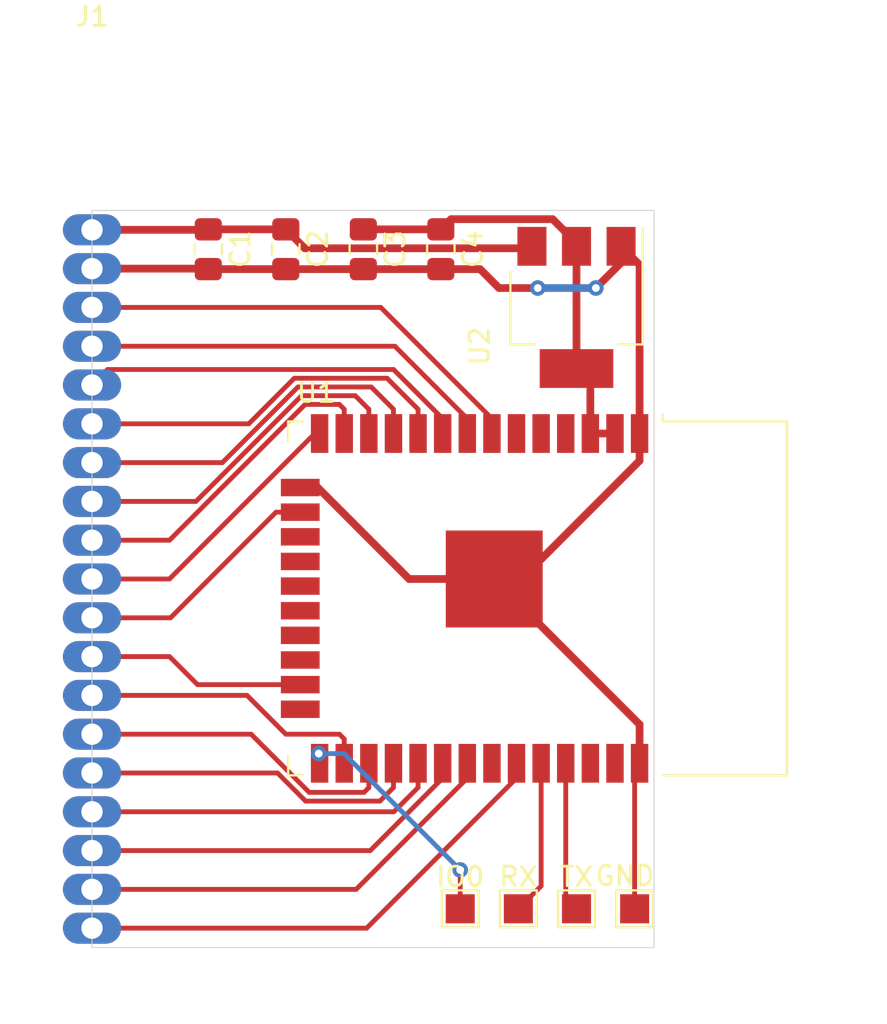
<source format=kicad_pcb>
(kicad_pcb (version 20171130) (host pcbnew 5.1.6+dfsg1-1)

  (general
    (thickness 1.6)
    (drawings 4)
    (tracks 117)
    (zones 0)
    (modules 11)
    (nets 24)
  )

  (page A4)
  (layers
    (0 F.Cu signal)
    (31 B.Cu signal)
    (32 B.Adhes user)
    (33 F.Adhes user)
    (34 B.Paste user)
    (35 F.Paste user)
    (36 B.SilkS user)
    (37 F.SilkS user)
    (38 B.Mask user)
    (39 F.Mask user)
    (40 Dwgs.User user)
    (41 Cmts.User user)
    (42 Eco1.User user)
    (43 Eco2.User user)
    (44 Edge.Cuts user)
    (45 Margin user)
    (46 B.CrtYd user)
    (47 F.CrtYd user)
    (48 B.Fab user)
    (49 F.Fab user)
  )

  (setup
    (last_trace_width 0.25)
    (user_trace_width 0.4)
    (trace_clearance 0.2)
    (zone_clearance 0.508)
    (zone_45_only no)
    (trace_min 0.2)
    (via_size 0.8)
    (via_drill 0.4)
    (via_min_size 0.4)
    (via_min_drill 0.3)
    (uvia_size 0.3)
    (uvia_drill 0.1)
    (uvias_allowed no)
    (uvia_min_size 0.2)
    (uvia_min_drill 0.1)
    (edge_width 0.05)
    (segment_width 0.2)
    (pcb_text_width 0.3)
    (pcb_text_size 1.5 1.5)
    (mod_edge_width 0.12)
    (mod_text_size 1 1)
    (mod_text_width 0.15)
    (pad_size 1.524 1.524)
    (pad_drill 0.762)
    (pad_to_mask_clearance 0.05)
    (aux_axis_origin 0 0)
    (visible_elements FFFFFF7F)
    (pcbplotparams
      (layerselection 0x010fc_ffffffff)
      (usegerberextensions false)
      (usegerberattributes true)
      (usegerberadvancedattributes true)
      (creategerberjobfile true)
      (excludeedgelayer true)
      (linewidth 0.100000)
      (plotframeref false)
      (viasonmask false)
      (mode 1)
      (useauxorigin false)
      (hpglpennumber 1)
      (hpglpenspeed 20)
      (hpglpendiameter 15.000000)
      (psnegative false)
      (psa4output false)
      (plotreference true)
      (plotvalue true)
      (plotinvisibletext false)
      (padsonsilk false)
      (subtractmaskfromsilk false)
      (outputformat 1)
      (mirror false)
      (drillshape 1)
      (scaleselection 1)
      (outputdirectory ""))
  )

  (net 0 "")
  (net 1 GND)
  (net 2 +9V)
  (net 3 +3V3)
  (net 4 "Net-(J1-Pad19)")
  (net 5 "Net-(J1-Pad18)")
  (net 6 "Net-(J1-Pad17)")
  (net 7 "Net-(J1-Pad16)")
  (net 8 "Net-(J1-Pad15)")
  (net 9 "Net-(J1-Pad14)")
  (net 10 "Net-(J1-Pad13)")
  (net 11 "Net-(J1-Pad12)")
  (net 12 "Net-(J1-Pad11)")
  (net 13 "Net-(J1-Pad10)")
  (net 14 "Net-(J1-Pad9)")
  (net 15 "Net-(J1-Pad8)")
  (net 16 "Net-(J1-Pad7)")
  (net 17 "Net-(J1-Pad6)")
  (net 18 "Net-(J1-Pad5)")
  (net 19 "Net-(J1-Pad4)")
  (net 20 "Net-(J1-Pad3)")
  (net 21 "Net-(TP1-Pad1)")
  (net 22 "Net-(TP3-Pad1)")
  (net 23 "Net-(TP4-Pad1)")

  (net_class Default "This is the default net class."
    (clearance 0.2)
    (trace_width 0.25)
    (via_dia 0.8)
    (via_drill 0.4)
    (uvia_dia 0.3)
    (uvia_drill 0.1)
    (add_net +3V3)
    (add_net +9V)
    (add_net GND)
    (add_net "Net-(J1-Pad10)")
    (add_net "Net-(J1-Pad11)")
    (add_net "Net-(J1-Pad12)")
    (add_net "Net-(J1-Pad13)")
    (add_net "Net-(J1-Pad14)")
    (add_net "Net-(J1-Pad15)")
    (add_net "Net-(J1-Pad16)")
    (add_net "Net-(J1-Pad17)")
    (add_net "Net-(J1-Pad18)")
    (add_net "Net-(J1-Pad19)")
    (add_net "Net-(J1-Pad3)")
    (add_net "Net-(J1-Pad4)")
    (add_net "Net-(J1-Pad5)")
    (add_net "Net-(J1-Pad6)")
    (add_net "Net-(J1-Pad7)")
    (add_net "Net-(J1-Pad8)")
    (add_net "Net-(J1-Pad9)")
    (add_net "Net-(TP1-Pad1)")
    (add_net "Net-(TP3-Pad1)")
    (add_net "Net-(TP4-Pad1)")
  )

  (module brudi_lib:solder_conn (layer F.Cu) (tedit 60DA6A20) (tstamp 60DAE30D)
    (at 121 78)
    (descr "Through hole straight socket strip, 1x19, 2.54mm pitch, single row (from Kicad 4.0.7), script generated")
    (tags "Through hole socket strip THT 1x19 2.54mm single row")
    (path /60DAF557)
    (fp_text reference J1 (at 0 -11) (layer F.SilkS)
      (effects (font (size 1 1) (thickness 0.15)))
    )
    (fp_text value Conn_01x19 (at 0.1 40.1) (layer F.Fab)
      (effects (font (size 1 1) (thickness 0.15)))
    )
    (fp_text user %R (at -3.9 17.5 90) (layer F.Fab)
      (effects (font (size 1 1) (thickness 0.15)))
    )
    (pad 19 thru_hole oval (at 0 36) (size 3 1.6) (drill 1.1) (layers *.Cu *.Mask)
      (net 4 "Net-(J1-Pad19)"))
    (pad 18 thru_hole oval (at 0 34) (size 3 1.6) (drill 1.1) (layers *.Cu *.Mask)
      (net 5 "Net-(J1-Pad18)"))
    (pad 17 thru_hole oval (at 0 32) (size 3 1.6) (drill 1.1) (layers *.Cu *.Mask)
      (net 6 "Net-(J1-Pad17)"))
    (pad 16 thru_hole oval (at 0 30) (size 3 1.6) (drill 1.1) (layers *.Cu *.Mask)
      (net 7 "Net-(J1-Pad16)"))
    (pad 15 thru_hole oval (at 0 28) (size 3 1.6) (drill 1.1) (layers *.Cu *.Mask)
      (net 8 "Net-(J1-Pad15)"))
    (pad 14 thru_hole oval (at 0 26) (size 3 1.6) (drill 1.1) (layers *.Cu *.Mask)
      (net 9 "Net-(J1-Pad14)"))
    (pad 13 thru_hole oval (at 0 24) (size 3 1.6) (drill 1.1) (layers *.Cu *.Mask)
      (net 10 "Net-(J1-Pad13)"))
    (pad 12 thru_hole oval (at 0 22) (size 3 1.6) (drill 1.1) (layers *.Cu *.Mask)
      (net 11 "Net-(J1-Pad12)"))
    (pad 11 thru_hole oval (at 0 20) (size 3 1.6) (drill 1.1) (layers *.Cu *.Mask)
      (net 12 "Net-(J1-Pad11)"))
    (pad 10 thru_hole oval (at 0 18) (size 3 1.6) (drill 1.1) (layers *.Cu *.Mask)
      (net 13 "Net-(J1-Pad10)"))
    (pad 9 thru_hole oval (at 0 16) (size 3 1.6) (drill 1.1) (layers *.Cu *.Mask)
      (net 14 "Net-(J1-Pad9)"))
    (pad 8 thru_hole oval (at 0 14) (size 3 1.6) (drill 1.1) (layers *.Cu *.Mask)
      (net 15 "Net-(J1-Pad8)"))
    (pad 7 thru_hole oval (at 0 12) (size 3 1.6) (drill 1.1) (layers *.Cu *.Mask)
      (net 16 "Net-(J1-Pad7)"))
    (pad 6 thru_hole oval (at 0 10) (size 3 1.6) (drill 1.1) (layers *.Cu *.Mask)
      (net 17 "Net-(J1-Pad6)"))
    (pad 5 thru_hole oval (at 0 8) (size 3 1.6) (drill 1.1) (layers *.Cu *.Mask)
      (net 18 "Net-(J1-Pad5)"))
    (pad 4 thru_hole oval (at 0 6) (size 3 1.6) (drill 1.1) (layers *.Cu *.Mask)
      (net 19 "Net-(J1-Pad4)"))
    (pad 3 thru_hole oval (at 0 4) (size 3 1.6) (drill 1.1) (layers *.Cu *.Mask)
      (net 20 "Net-(J1-Pad3)"))
    (pad 2 thru_hole oval (at 0 2) (size 3 1.6) (drill 1.1) (layers *.Cu *.Mask)
      (net 1 GND))
    (pad 1 thru_hole oval (at 0 0) (size 3 1.6) (drill 1.1) (layers *.Cu *.Mask)
      (net 2 +9V))
  )

  (module TestPoint:TestPoint_Pad_1.5x1.5mm (layer F.Cu) (tedit 5A0F774F) (tstamp 60DB1C2F)
    (at 149 113)
    (descr "SMD rectangular pad as test Point, square 1.5mm side length")
    (tags "test point SMD pad rectangle square")
    (path /60E40AFC)
    (attr virtual)
    (fp_text reference GND (at -0.5 -1.7) (layer F.SilkS)
      (effects (font (size 1 1) (thickness 0.15)))
    )
    (fp_text value TestPoint (at 0 1.75) (layer F.Fab)
      (effects (font (size 1 1) (thickness 0.15)))
    )
    (fp_line (start 1.25 1.25) (end -1.25 1.25) (layer F.CrtYd) (width 0.05))
    (fp_line (start 1.25 1.25) (end 1.25 -1.25) (layer F.CrtYd) (width 0.05))
    (fp_line (start -1.25 -1.25) (end -1.25 1.25) (layer F.CrtYd) (width 0.05))
    (fp_line (start -1.25 -1.25) (end 1.25 -1.25) (layer F.CrtYd) (width 0.05))
    (fp_line (start -0.95 0.95) (end -0.95 -0.95) (layer F.SilkS) (width 0.12))
    (fp_line (start 0.95 0.95) (end -0.95 0.95) (layer F.SilkS) (width 0.12))
    (fp_line (start 0.95 -0.95) (end 0.95 0.95) (layer F.SilkS) (width 0.12))
    (fp_line (start -0.95 -0.95) (end 0.95 -0.95) (layer F.SilkS) (width 0.12))
    (fp_text user %R (at 0 -1.65) (layer F.Fab)
      (effects (font (size 1 1) (thickness 0.15)))
    )
    (pad 1 smd rect (at 0 0) (size 1.5 1.5) (layers F.Cu F.Mask)
      (net 1 GND))
  )

  (module Package_TO_SOT_SMD:SOT-223-3_TabPin2 (layer F.Cu) (tedit 5A02FF57) (tstamp 60DAE3CA)
    (at 146 82 270)
    (descr "module CMS SOT223 4 pins")
    (tags "CMS SOT")
    (path /60DDC9A7)
    (attr smd)
    (fp_text reference U2 (at 2 5 90) (layer F.SilkS)
      (effects (font (size 1 1) (thickness 0.15)))
    )
    (fp_text value AMS1117-3.3 (at 0 4.5 90) (layer F.Fab)
      (effects (font (size 1 1) (thickness 0.15)))
    )
    (fp_line (start 1.85 -3.35) (end 1.85 3.35) (layer F.Fab) (width 0.1))
    (fp_line (start -1.85 3.35) (end 1.85 3.35) (layer F.Fab) (width 0.1))
    (fp_line (start -4.1 -3.41) (end 1.91 -3.41) (layer F.SilkS) (width 0.12))
    (fp_line (start -0.85 -3.35) (end 1.85 -3.35) (layer F.Fab) (width 0.1))
    (fp_line (start -1.85 3.41) (end 1.91 3.41) (layer F.SilkS) (width 0.12))
    (fp_line (start -1.85 -2.35) (end -1.85 3.35) (layer F.Fab) (width 0.1))
    (fp_line (start -1.85 -2.35) (end -0.85 -3.35) (layer F.Fab) (width 0.1))
    (fp_line (start -4.4 -3.6) (end -4.4 3.6) (layer F.CrtYd) (width 0.05))
    (fp_line (start -4.4 3.6) (end 4.4 3.6) (layer F.CrtYd) (width 0.05))
    (fp_line (start 4.4 3.6) (end 4.4 -3.6) (layer F.CrtYd) (width 0.05))
    (fp_line (start 4.4 -3.6) (end -4.4 -3.6) (layer F.CrtYd) (width 0.05))
    (fp_line (start 1.91 -3.41) (end 1.91 -2.15) (layer F.SilkS) (width 0.12))
    (fp_line (start 1.91 3.41) (end 1.91 2.15) (layer F.SilkS) (width 0.12))
    (fp_text user %R (at 0 0) (layer F.Fab)
      (effects (font (size 0.8 0.8) (thickness 0.12)))
    )
    (pad 1 smd rect (at -3.15 -2.3 270) (size 2 1.5) (layers F.Cu F.Paste F.Mask)
      (net 1 GND))
    (pad 3 smd rect (at -3.15 2.3 270) (size 2 1.5) (layers F.Cu F.Paste F.Mask)
      (net 2 +9V))
    (pad 2 smd rect (at -3.15 0 270) (size 2 1.5) (layers F.Cu F.Paste F.Mask)
      (net 3 +3V3))
    (pad 2 smd rect (at 3.15 0 270) (size 2 3.8) (layers F.Cu F.Paste F.Mask)
      (net 3 +3V3))
    (model ${KISYS3DMOD}/Package_TO_SOT_SMD.3dshapes/SOT-223.wrl
      (at (xyz 0 0 0))
      (scale (xyz 1 1 1))
      (rotate (xyz 0 0 0))
    )
  )

  (module RF_Module:ESP32-WROOM-32 (layer F.Cu) (tedit 5B5B4654) (tstamp 60DAE3B4)
    (at 141 97 270)
    (descr "Single 2.4 GHz Wi-Fi and Bluetooth combo chip https://www.espressif.com/sites/default/files/documentation/esp32-wroom-32_datasheet_en.pdf")
    (tags "Single 2.4 GHz Wi-Fi and Bluetooth combo  chip")
    (path /60DB5440)
    (attr smd)
    (fp_text reference U1 (at -10.61 8.43) (layer F.SilkS)
      (effects (font (size 1 1) (thickness 0.15)))
    )
    (fp_text value ESP32-WROOM-32 (at 0 11.5 90) (layer F.Fab)
      (effects (font (size 1 1) (thickness 0.15)))
    )
    (fp_line (start -14 -9.97) (end -14 -20.75) (layer Dwgs.User) (width 0.1))
    (fp_line (start 9 9.76) (end 9 -15.745) (layer F.Fab) (width 0.1))
    (fp_line (start -9 9.76) (end 9 9.76) (layer F.Fab) (width 0.1))
    (fp_line (start -9 -15.745) (end -9 -10.02) (layer F.Fab) (width 0.1))
    (fp_line (start -9 -15.745) (end 9 -15.745) (layer F.Fab) (width 0.1))
    (fp_line (start -9.75 10.5) (end -9.75 -9.72) (layer F.CrtYd) (width 0.05))
    (fp_line (start -9.75 10.5) (end 9.75 10.5) (layer F.CrtYd) (width 0.05))
    (fp_line (start 9.75 -9.72) (end 9.75 10.5) (layer F.CrtYd) (width 0.05))
    (fp_line (start -14.25 -21) (end 14.25 -21) (layer F.CrtYd) (width 0.05))
    (fp_line (start -9 -9.02) (end -9 9.76) (layer F.Fab) (width 0.1))
    (fp_line (start -8.5 -9.52) (end -9 -10.02) (layer F.Fab) (width 0.1))
    (fp_line (start -9 -9.02) (end -8.5 -9.52) (layer F.Fab) (width 0.1))
    (fp_line (start 14 -9.97) (end -14 -9.97) (layer Dwgs.User) (width 0.1))
    (fp_line (start 14 -9.97) (end 14 -20.75) (layer Dwgs.User) (width 0.1))
    (fp_line (start 14 -20.75) (end -14 -20.75) (layer Dwgs.User) (width 0.1))
    (fp_line (start -14.25 -21) (end -14.25 -9.72) (layer F.CrtYd) (width 0.05))
    (fp_line (start 14.25 -21) (end 14.25 -9.72) (layer F.CrtYd) (width 0.05))
    (fp_line (start -14.25 -9.72) (end -9.75 -9.72) (layer F.CrtYd) (width 0.05))
    (fp_line (start 9.75 -9.72) (end 14.25 -9.72) (layer F.CrtYd) (width 0.05))
    (fp_line (start -12.525 -20.75) (end -14 -19.66) (layer Dwgs.User) (width 0.1))
    (fp_line (start -10.525 -20.75) (end -14 -18.045) (layer Dwgs.User) (width 0.1))
    (fp_line (start -8.525 -20.75) (end -14 -16.43) (layer Dwgs.User) (width 0.1))
    (fp_line (start -6.525 -20.75) (end -14 -14.815) (layer Dwgs.User) (width 0.1))
    (fp_line (start -4.525 -20.75) (end -14 -13.2) (layer Dwgs.User) (width 0.1))
    (fp_line (start -2.525 -20.75) (end -14 -11.585) (layer Dwgs.User) (width 0.1))
    (fp_line (start -0.525 -20.75) (end -14 -9.97) (layer Dwgs.User) (width 0.1))
    (fp_line (start 1.475 -20.75) (end -12 -9.97) (layer Dwgs.User) (width 0.1))
    (fp_line (start 3.475 -20.75) (end -10 -9.97) (layer Dwgs.User) (width 0.1))
    (fp_line (start -8 -9.97) (end 5.475 -20.75) (layer Dwgs.User) (width 0.1))
    (fp_line (start 7.475 -20.75) (end -6 -9.97) (layer Dwgs.User) (width 0.1))
    (fp_line (start 9.475 -20.75) (end -4 -9.97) (layer Dwgs.User) (width 0.1))
    (fp_line (start 11.475 -20.75) (end -2 -9.97) (layer Dwgs.User) (width 0.1))
    (fp_line (start 13.475 -20.75) (end 0 -9.97) (layer Dwgs.User) (width 0.1))
    (fp_line (start 14 -19.66) (end 2 -9.97) (layer Dwgs.User) (width 0.1))
    (fp_line (start 14 -18.045) (end 4 -9.97) (layer Dwgs.User) (width 0.1))
    (fp_line (start 14 -16.43) (end 6 -9.97) (layer Dwgs.User) (width 0.1))
    (fp_line (start 14 -14.815) (end 8 -9.97) (layer Dwgs.User) (width 0.1))
    (fp_line (start 14 -13.2) (end 10 -9.97) (layer Dwgs.User) (width 0.1))
    (fp_line (start 14 -11.585) (end 12 -9.97) (layer Dwgs.User) (width 0.1))
    (fp_line (start 9.2 -13.875) (end 13.8 -13.875) (layer Cmts.User) (width 0.1))
    (fp_line (start 13.8 -13.875) (end 13.6 -14.075) (layer Cmts.User) (width 0.1))
    (fp_line (start 13.8 -13.875) (end 13.6 -13.675) (layer Cmts.User) (width 0.1))
    (fp_line (start 9.2 -13.875) (end 9.4 -14.075) (layer Cmts.User) (width 0.1))
    (fp_line (start 9.2 -13.875) (end 9.4 -13.675) (layer Cmts.User) (width 0.1))
    (fp_line (start -13.8 -13.875) (end -13.6 -14.075) (layer Cmts.User) (width 0.1))
    (fp_line (start -13.8 -13.875) (end -13.6 -13.675) (layer Cmts.User) (width 0.1))
    (fp_line (start -9.2 -13.875) (end -9.4 -13.675) (layer Cmts.User) (width 0.1))
    (fp_line (start -13.8 -13.875) (end -9.2 -13.875) (layer Cmts.User) (width 0.1))
    (fp_line (start -9.2 -13.875) (end -9.4 -14.075) (layer Cmts.User) (width 0.1))
    (fp_line (start 8.4 -16) (end 8.2 -16.2) (layer Cmts.User) (width 0.1))
    (fp_line (start 8.4 -16) (end 8.6 -16.2) (layer Cmts.User) (width 0.1))
    (fp_line (start 8.4 -20.6) (end 8.6 -20.4) (layer Cmts.User) (width 0.1))
    (fp_line (start 8.4 -16) (end 8.4 -20.6) (layer Cmts.User) (width 0.1))
    (fp_line (start 8.4 -20.6) (end 8.2 -20.4) (layer Cmts.User) (width 0.1))
    (fp_line (start -9.12 9.1) (end -9.12 9.88) (layer F.SilkS) (width 0.12))
    (fp_line (start -9.12 9.88) (end -8.12 9.88) (layer F.SilkS) (width 0.12))
    (fp_line (start 9.12 9.1) (end 9.12 9.88) (layer F.SilkS) (width 0.12))
    (fp_line (start 9.12 9.88) (end 8.12 9.88) (layer F.SilkS) (width 0.12))
    (fp_line (start -9.12 -15.865) (end 9.12 -15.865) (layer F.SilkS) (width 0.12))
    (fp_line (start 9.12 -15.865) (end 9.12 -9.445) (layer F.SilkS) (width 0.12))
    (fp_line (start -9.12 -15.865) (end -9.12 -9.445) (layer F.SilkS) (width 0.12))
    (fp_line (start -9.12 -9.445) (end -9.5 -9.445) (layer F.SilkS) (width 0.12))
    (fp_text user %R (at 0 0 90) (layer F.Fab)
      (effects (font (size 1 1) (thickness 0.15)))
    )
    (fp_text user "KEEP-OUT ZONE" (at 0 -19 90) (layer Cmts.User)
      (effects (font (size 1 1) (thickness 0.15)))
    )
    (fp_text user Antenna (at 0 -13 90) (layer Cmts.User)
      (effects (font (size 1 1) (thickness 0.15)))
    )
    (fp_text user "5 mm" (at 11.8 -14.375 90) (layer Cmts.User)
      (effects (font (size 0.5 0.5) (thickness 0.1)))
    )
    (fp_text user "5 mm" (at -11.2 -14.375 90) (layer Cmts.User)
      (effects (font (size 0.5 0.5) (thickness 0.1)))
    )
    (fp_text user "5 mm" (at 7.8 -19.075) (layer Cmts.User)
      (effects (font (size 0.5 0.5) (thickness 0.1)))
    )
    (pad 39 smd rect (at -1 -0.755 270) (size 5 5) (layers F.Cu F.Paste F.Mask)
      (net 1 GND))
    (pad 1 smd rect (at -8.5 -8.255 270) (size 2 0.9) (layers F.Cu F.Paste F.Mask)
      (net 1 GND))
    (pad 2 smd rect (at -8.5 -6.985 270) (size 2 0.9) (layers F.Cu F.Paste F.Mask)
      (net 3 +3V3))
    (pad 3 smd rect (at -8.5 -5.715 270) (size 2 0.9) (layers F.Cu F.Paste F.Mask)
      (net 3 +3V3))
    (pad 4 smd rect (at -8.5 -4.445 270) (size 2 0.9) (layers F.Cu F.Paste F.Mask))
    (pad 5 smd rect (at -8.5 -3.175 270) (size 2 0.9) (layers F.Cu F.Paste F.Mask))
    (pad 6 smd rect (at -8.5 -1.905 270) (size 2 0.9) (layers F.Cu F.Paste F.Mask))
    (pad 7 smd rect (at -8.5 -0.635 270) (size 2 0.9) (layers F.Cu F.Paste F.Mask)
      (net 20 "Net-(J1-Pad3)"))
    (pad 8 smd rect (at -8.5 0.635 270) (size 2 0.9) (layers F.Cu F.Paste F.Mask)
      (net 19 "Net-(J1-Pad4)"))
    (pad 9 smd rect (at -8.5 1.905 270) (size 2 0.9) (layers F.Cu F.Paste F.Mask)
      (net 18 "Net-(J1-Pad5)"))
    (pad 10 smd rect (at -8.5 3.175 270) (size 2 0.9) (layers F.Cu F.Paste F.Mask)
      (net 17 "Net-(J1-Pad6)"))
    (pad 11 smd rect (at -8.5 4.445 270) (size 2 0.9) (layers F.Cu F.Paste F.Mask)
      (net 16 "Net-(J1-Pad7)"))
    (pad 12 smd rect (at -8.5 5.715 270) (size 2 0.9) (layers F.Cu F.Paste F.Mask)
      (net 15 "Net-(J1-Pad8)"))
    (pad 13 smd rect (at -8.5 6.985 270) (size 2 0.9) (layers F.Cu F.Paste F.Mask)
      (net 14 "Net-(J1-Pad9)"))
    (pad 14 smd rect (at -8.5 8.255 270) (size 2 0.9) (layers F.Cu F.Paste F.Mask)
      (net 13 "Net-(J1-Pad10)"))
    (pad 15 smd rect (at -5.715 9.255) (size 2 0.9) (layers F.Cu F.Paste F.Mask)
      (net 1 GND))
    (pad 16 smd rect (at -4.445 9.255) (size 2 0.9) (layers F.Cu F.Paste F.Mask)
      (net 12 "Net-(J1-Pad11)"))
    (pad 17 smd rect (at -3.175 9.255) (size 2 0.9) (layers F.Cu F.Paste F.Mask))
    (pad 18 smd rect (at -1.905 9.255) (size 2 0.9) (layers F.Cu F.Paste F.Mask))
    (pad 19 smd rect (at -0.635 9.255) (size 2 0.9) (layers F.Cu F.Paste F.Mask))
    (pad 20 smd rect (at 0.635 9.255) (size 2 0.9) (layers F.Cu F.Paste F.Mask))
    (pad 21 smd rect (at 1.905 9.255) (size 2 0.9) (layers F.Cu F.Paste F.Mask))
    (pad 22 smd rect (at 3.175 9.255) (size 2 0.9) (layers F.Cu F.Paste F.Mask))
    (pad 23 smd rect (at 4.445 9.255) (size 2 0.9) (layers F.Cu F.Paste F.Mask)
      (net 11 "Net-(J1-Pad12)"))
    (pad 24 smd rect (at 5.715 9.255) (size 2 0.9) (layers F.Cu F.Paste F.Mask))
    (pad 25 smd rect (at 8.5 8.255 270) (size 2 0.9) (layers F.Cu F.Paste F.Mask)
      (net 23 "Net-(TP4-Pad1)"))
    (pad 26 smd rect (at 8.5 6.985 270) (size 2 0.9) (layers F.Cu F.Paste F.Mask)
      (net 10 "Net-(J1-Pad13)"))
    (pad 27 smd rect (at 8.5 5.715 270) (size 2 0.9) (layers F.Cu F.Paste F.Mask)
      (net 9 "Net-(J1-Pad14)"))
    (pad 28 smd rect (at 8.5 4.445 270) (size 2 0.9) (layers F.Cu F.Paste F.Mask)
      (net 8 "Net-(J1-Pad15)"))
    (pad 29 smd rect (at 8.5 3.175 270) (size 2 0.9) (layers F.Cu F.Paste F.Mask)
      (net 7 "Net-(J1-Pad16)"))
    (pad 30 smd rect (at 8.5 1.905 270) (size 2 0.9) (layers F.Cu F.Paste F.Mask)
      (net 6 "Net-(J1-Pad17)"))
    (pad 31 smd rect (at 8.5 0.635 270) (size 2 0.9) (layers F.Cu F.Paste F.Mask)
      (net 5 "Net-(J1-Pad18)"))
    (pad 32 smd rect (at 8.5 -0.635 270) (size 2 0.9) (layers F.Cu F.Paste F.Mask))
    (pad 33 smd rect (at 8.5 -1.905 270) (size 2 0.9) (layers F.Cu F.Paste F.Mask)
      (net 4 "Net-(J1-Pad19)"))
    (pad 34 smd rect (at 8.5 -3.175 270) (size 2 0.9) (layers F.Cu F.Paste F.Mask)
      (net 21 "Net-(TP1-Pad1)"))
    (pad 35 smd rect (at 8.5 -4.445 270) (size 2 0.9) (layers F.Cu F.Paste F.Mask)
      (net 22 "Net-(TP3-Pad1)"))
    (pad 36 smd rect (at 8.5 -5.715 270) (size 2 0.9) (layers F.Cu F.Paste F.Mask))
    (pad 37 smd rect (at 8.5 -6.985 270) (size 2 0.9) (layers F.Cu F.Paste F.Mask))
    (pad 38 smd rect (at 8.5 -8.255 270) (size 2 0.9) (layers F.Cu F.Paste F.Mask)
      (net 1 GND))
    (model ${KISYS3DMOD}/RF_Module.3dshapes/ESP32-WROOM-32.wrl
      (at (xyz 0 0 0))
      (scale (xyz 1 1 1))
      (rotate (xyz 0 0 0))
    )
  )

  (module TestPoint:TestPoint_Pad_1.5x1.5mm (layer F.Cu) (tedit 5A0F774F) (tstamp 60DAE345)
    (at 140 113)
    (descr "SMD rectangular pad as test Point, square 1.5mm side length")
    (tags "test point SMD pad rectangle square")
    (path /60E2E87E)
    (attr virtual)
    (fp_text reference IO0 (at 0 -1.648) (layer F.SilkS)
      (effects (font (size 1 1) (thickness 0.15)))
    )
    (fp_text value TestPoint (at 0 1.75) (layer F.Fab)
      (effects (font (size 1 1) (thickness 0.15)))
    )
    (fp_line (start -0.95 -0.95) (end 0.95 -0.95) (layer F.SilkS) (width 0.12))
    (fp_line (start 0.95 -0.95) (end 0.95 0.95) (layer F.SilkS) (width 0.12))
    (fp_line (start 0.95 0.95) (end -0.95 0.95) (layer F.SilkS) (width 0.12))
    (fp_line (start -0.95 0.95) (end -0.95 -0.95) (layer F.SilkS) (width 0.12))
    (fp_line (start -1.25 -1.25) (end 1.25 -1.25) (layer F.CrtYd) (width 0.05))
    (fp_line (start -1.25 -1.25) (end -1.25 1.25) (layer F.CrtYd) (width 0.05))
    (fp_line (start 1.25 1.25) (end 1.25 -1.25) (layer F.CrtYd) (width 0.05))
    (fp_line (start 1.25 1.25) (end -1.25 1.25) (layer F.CrtYd) (width 0.05))
    (fp_text user %R (at 0 -1.65) (layer F.Fab)
      (effects (font (size 1 1) (thickness 0.15)))
    )
    (pad 1 smd rect (at 0 0) (size 1.5 1.5) (layers F.Cu F.Mask)
      (net 23 "Net-(TP4-Pad1)"))
  )

  (module TestPoint:TestPoint_Pad_1.5x1.5mm (layer F.Cu) (tedit 5A0F774F) (tstamp 60DAE337)
    (at 146 113)
    (descr "SMD rectangular pad as test Point, square 1.5mm side length")
    (tags "test point SMD pad rectangle square")
    (path /60E3F42D)
    (attr virtual)
    (fp_text reference TX (at 0 -1.648) (layer F.SilkS)
      (effects (font (size 1 1) (thickness 0.15)))
    )
    (fp_text value TestPoint (at 0 1.75) (layer F.Fab)
      (effects (font (size 1 1) (thickness 0.15)))
    )
    (fp_line (start 1.25 1.25) (end -1.25 1.25) (layer F.CrtYd) (width 0.05))
    (fp_line (start 1.25 1.25) (end 1.25 -1.25) (layer F.CrtYd) (width 0.05))
    (fp_line (start -1.25 -1.25) (end -1.25 1.25) (layer F.CrtYd) (width 0.05))
    (fp_line (start -1.25 -1.25) (end 1.25 -1.25) (layer F.CrtYd) (width 0.05))
    (fp_line (start -0.95 0.95) (end -0.95 -0.95) (layer F.SilkS) (width 0.12))
    (fp_line (start 0.95 0.95) (end -0.95 0.95) (layer F.SilkS) (width 0.12))
    (fp_line (start 0.95 -0.95) (end 0.95 0.95) (layer F.SilkS) (width 0.12))
    (fp_line (start -0.95 -0.95) (end 0.95 -0.95) (layer F.SilkS) (width 0.12))
    (fp_text user %R (at 0 -1.65) (layer F.Fab)
      (effects (font (size 1 1) (thickness 0.15)))
    )
    (pad 1 smd rect (at 0 0) (size 1.5 1.5) (layers F.Cu F.Mask)
      (net 22 "Net-(TP3-Pad1)"))
  )

  (module TestPoint:TestPoint_Pad_1.5x1.5mm (layer F.Cu) (tedit 5A0F774F) (tstamp 60DAE31B)
    (at 143 113)
    (descr "SMD rectangular pad as test Point, square 1.5mm side length")
    (tags "test point SMD pad rectangle square")
    (path /60E44447)
    (attr virtual)
    (fp_text reference RX (at 0 -1.648) (layer F.SilkS)
      (effects (font (size 1 1) (thickness 0.15)))
    )
    (fp_text value TestPoint (at 0 1.75) (layer F.Fab)
      (effects (font (size 1 1) (thickness 0.15)))
    )
    (fp_line (start 1.25 1.25) (end -1.25 1.25) (layer F.CrtYd) (width 0.05))
    (fp_line (start 1.25 1.25) (end 1.25 -1.25) (layer F.CrtYd) (width 0.05))
    (fp_line (start -1.25 -1.25) (end -1.25 1.25) (layer F.CrtYd) (width 0.05))
    (fp_line (start -1.25 -1.25) (end 1.25 -1.25) (layer F.CrtYd) (width 0.05))
    (fp_line (start -0.95 0.95) (end -0.95 -0.95) (layer F.SilkS) (width 0.12))
    (fp_line (start 0.95 0.95) (end -0.95 0.95) (layer F.SilkS) (width 0.12))
    (fp_line (start 0.95 -0.95) (end 0.95 0.95) (layer F.SilkS) (width 0.12))
    (fp_line (start -0.95 -0.95) (end 0.95 -0.95) (layer F.SilkS) (width 0.12))
    (fp_text user %R (at 0 -1.65) (layer F.Fab)
      (effects (font (size 1 1) (thickness 0.15)))
    )
    (pad 1 smd rect (at 0 0) (size 1.5 1.5) (layers F.Cu F.Mask)
      (net 21 "Net-(TP1-Pad1)"))
  )

  (module Capacitor_SMD:C_0805_2012Metric_Pad1.15x1.40mm_HandSolder (layer F.Cu) (tedit 5B36C52B) (tstamp 60DAE2F5)
    (at 139 79 270)
    (descr "Capacitor SMD 0805 (2012 Metric), square (rectangular) end terminal, IPC_7351 nominal with elongated pad for handsoldering. (Body size source: https://docs.google.com/spreadsheets/d/1BsfQQcO9C6DZCsRaXUlFlo91Tg2WpOkGARC1WS5S8t0/edit?usp=sharing), generated with kicad-footprint-generator")
    (tags "capacitor handsolder")
    (path /60DEE753)
    (attr smd)
    (fp_text reference C4 (at 0 -1.65 90) (layer F.SilkS)
      (effects (font (size 1 1) (thickness 0.15)))
    )
    (fp_text value 10uF (at 0 1.65 90) (layer F.Fab)
      (effects (font (size 1 1) (thickness 0.15)))
    )
    (fp_line (start 1.85 0.95) (end -1.85 0.95) (layer F.CrtYd) (width 0.05))
    (fp_line (start 1.85 -0.95) (end 1.85 0.95) (layer F.CrtYd) (width 0.05))
    (fp_line (start -1.85 -0.95) (end 1.85 -0.95) (layer F.CrtYd) (width 0.05))
    (fp_line (start -1.85 0.95) (end -1.85 -0.95) (layer F.CrtYd) (width 0.05))
    (fp_line (start -0.261252 0.71) (end 0.261252 0.71) (layer F.SilkS) (width 0.12))
    (fp_line (start -0.261252 -0.71) (end 0.261252 -0.71) (layer F.SilkS) (width 0.12))
    (fp_line (start 1 0.6) (end -1 0.6) (layer F.Fab) (width 0.1))
    (fp_line (start 1 -0.6) (end 1 0.6) (layer F.Fab) (width 0.1))
    (fp_line (start -1 -0.6) (end 1 -0.6) (layer F.Fab) (width 0.1))
    (fp_line (start -1 0.6) (end -1 -0.6) (layer F.Fab) (width 0.1))
    (fp_text user %R (at 0 0 90) (layer F.Fab)
      (effects (font (size 0.5 0.5) (thickness 0.08)))
    )
    (pad 2 smd roundrect (at 1.025 0 270) (size 1.15 1.4) (layers F.Cu F.Paste F.Mask) (roundrect_rratio 0.217391)
      (net 1 GND))
    (pad 1 smd roundrect (at -1.025 0 270) (size 1.15 1.4) (layers F.Cu F.Paste F.Mask) (roundrect_rratio 0.217391)
      (net 3 +3V3))
    (model ${KISYS3DMOD}/Capacitor_SMD.3dshapes/C_0805_2012Metric.wrl
      (at (xyz 0 0 0))
      (scale (xyz 1 1 1))
      (rotate (xyz 0 0 0))
    )
  )

  (module Capacitor_SMD:C_0805_2012Metric_Pad1.15x1.40mm_HandSolder (layer F.Cu) (tedit 5B36C52B) (tstamp 60DAE2E4)
    (at 135 79 270)
    (descr "Capacitor SMD 0805 (2012 Metric), square (rectangular) end terminal, IPC_7351 nominal with elongated pad for handsoldering. (Body size source: https://docs.google.com/spreadsheets/d/1BsfQQcO9C6DZCsRaXUlFlo91Tg2WpOkGARC1WS5S8t0/edit?usp=sharing), generated with kicad-footprint-generator")
    (tags "capacitor handsolder")
    (path /60DEE74D)
    (attr smd)
    (fp_text reference C3 (at 0 -1.65 90) (layer F.SilkS)
      (effects (font (size 1 1) (thickness 0.15)))
    )
    (fp_text value 100nF (at 0 1.65 90) (layer F.Fab)
      (effects (font (size 1 1) (thickness 0.15)))
    )
    (fp_line (start 1.85 0.95) (end -1.85 0.95) (layer F.CrtYd) (width 0.05))
    (fp_line (start 1.85 -0.95) (end 1.85 0.95) (layer F.CrtYd) (width 0.05))
    (fp_line (start -1.85 -0.95) (end 1.85 -0.95) (layer F.CrtYd) (width 0.05))
    (fp_line (start -1.85 0.95) (end -1.85 -0.95) (layer F.CrtYd) (width 0.05))
    (fp_line (start -0.261252 0.71) (end 0.261252 0.71) (layer F.SilkS) (width 0.12))
    (fp_line (start -0.261252 -0.71) (end 0.261252 -0.71) (layer F.SilkS) (width 0.12))
    (fp_line (start 1 0.6) (end -1 0.6) (layer F.Fab) (width 0.1))
    (fp_line (start 1 -0.6) (end 1 0.6) (layer F.Fab) (width 0.1))
    (fp_line (start -1 -0.6) (end 1 -0.6) (layer F.Fab) (width 0.1))
    (fp_line (start -1 0.6) (end -1 -0.6) (layer F.Fab) (width 0.1))
    (fp_text user %R (at 0 0 90) (layer F.Fab)
      (effects (font (size 0.5 0.5) (thickness 0.08)))
    )
    (pad 2 smd roundrect (at 1.025 0 270) (size 1.15 1.4) (layers F.Cu F.Paste F.Mask) (roundrect_rratio 0.217391)
      (net 1 GND))
    (pad 1 smd roundrect (at -1.025 0 270) (size 1.15 1.4) (layers F.Cu F.Paste F.Mask) (roundrect_rratio 0.217391)
      (net 3 +3V3))
    (model ${KISYS3DMOD}/Capacitor_SMD.3dshapes/C_0805_2012Metric.wrl
      (at (xyz 0 0 0))
      (scale (xyz 1 1 1))
      (rotate (xyz 0 0 0))
    )
  )

  (module Capacitor_SMD:C_0805_2012Metric_Pad1.15x1.40mm_HandSolder (layer F.Cu) (tedit 5B36C52B) (tstamp 60DAE2D3)
    (at 131 79 270)
    (descr "Capacitor SMD 0805 (2012 Metric), square (rectangular) end terminal, IPC_7351 nominal with elongated pad for handsoldering. (Body size source: https://docs.google.com/spreadsheets/d/1BsfQQcO9C6DZCsRaXUlFlo91Tg2WpOkGARC1WS5S8t0/edit?usp=sharing), generated with kicad-footprint-generator")
    (tags "capacitor handsolder")
    (path /60DE74BC)
    (attr smd)
    (fp_text reference C2 (at 0 -1.65 90) (layer F.SilkS)
      (effects (font (size 1 1) (thickness 0.15)))
    )
    (fp_text value 100nF (at 0 1.65 90) (layer F.Fab)
      (effects (font (size 1 1) (thickness 0.15)))
    )
    (fp_line (start 1.85 0.95) (end -1.85 0.95) (layer F.CrtYd) (width 0.05))
    (fp_line (start 1.85 -0.95) (end 1.85 0.95) (layer F.CrtYd) (width 0.05))
    (fp_line (start -1.85 -0.95) (end 1.85 -0.95) (layer F.CrtYd) (width 0.05))
    (fp_line (start -1.85 0.95) (end -1.85 -0.95) (layer F.CrtYd) (width 0.05))
    (fp_line (start -0.261252 0.71) (end 0.261252 0.71) (layer F.SilkS) (width 0.12))
    (fp_line (start -0.261252 -0.71) (end 0.261252 -0.71) (layer F.SilkS) (width 0.12))
    (fp_line (start 1 0.6) (end -1 0.6) (layer F.Fab) (width 0.1))
    (fp_line (start 1 -0.6) (end 1 0.6) (layer F.Fab) (width 0.1))
    (fp_line (start -1 -0.6) (end 1 -0.6) (layer F.Fab) (width 0.1))
    (fp_line (start -1 0.6) (end -1 -0.6) (layer F.Fab) (width 0.1))
    (fp_text user %R (at 0 0 90) (layer F.Fab)
      (effects (font (size 0.5 0.5) (thickness 0.08)))
    )
    (pad 2 smd roundrect (at 1.025 0 270) (size 1.15 1.4) (layers F.Cu F.Paste F.Mask) (roundrect_rratio 0.217391)
      (net 1 GND))
    (pad 1 smd roundrect (at -1.025 0 270) (size 1.15 1.4) (layers F.Cu F.Paste F.Mask) (roundrect_rratio 0.217391)
      (net 2 +9V))
    (model ${KISYS3DMOD}/Capacitor_SMD.3dshapes/C_0805_2012Metric.wrl
      (at (xyz 0 0 0))
      (scale (xyz 1 1 1))
      (rotate (xyz 0 0 0))
    )
  )

  (module Capacitor_SMD:C_0805_2012Metric_Pad1.15x1.40mm_HandSolder (layer F.Cu) (tedit 5B36C52B) (tstamp 60DAE2C2)
    (at 127 79 270)
    (descr "Capacitor SMD 0805 (2012 Metric), square (rectangular) end terminal, IPC_7351 nominal with elongated pad for handsoldering. (Body size source: https://docs.google.com/spreadsheets/d/1BsfQQcO9C6DZCsRaXUlFlo91Tg2WpOkGARC1WS5S8t0/edit?usp=sharing), generated with kicad-footprint-generator")
    (tags "capacitor handsolder")
    (path /60DE7CF8)
    (attr smd)
    (fp_text reference C1 (at 0 -1.65 90) (layer F.SilkS)
      (effects (font (size 1 1) (thickness 0.15)))
    )
    (fp_text value 10uF (at 0 1.65 90) (layer F.Fab)
      (effects (font (size 1 1) (thickness 0.15)))
    )
    (fp_line (start 1.85 0.95) (end -1.85 0.95) (layer F.CrtYd) (width 0.05))
    (fp_line (start 1.85 -0.95) (end 1.85 0.95) (layer F.CrtYd) (width 0.05))
    (fp_line (start -1.85 -0.95) (end 1.85 -0.95) (layer F.CrtYd) (width 0.05))
    (fp_line (start -1.85 0.95) (end -1.85 -0.95) (layer F.CrtYd) (width 0.05))
    (fp_line (start -0.261252 0.71) (end 0.261252 0.71) (layer F.SilkS) (width 0.12))
    (fp_line (start -0.261252 -0.71) (end 0.261252 -0.71) (layer F.SilkS) (width 0.12))
    (fp_line (start 1 0.6) (end -1 0.6) (layer F.Fab) (width 0.1))
    (fp_line (start 1 -0.6) (end 1 0.6) (layer F.Fab) (width 0.1))
    (fp_line (start -1 -0.6) (end 1 -0.6) (layer F.Fab) (width 0.1))
    (fp_line (start -1 0.6) (end -1 -0.6) (layer F.Fab) (width 0.1))
    (fp_text user %R (at 0 0 90) (layer F.Fab)
      (effects (font (size 0.5 0.5) (thickness 0.08)))
    )
    (pad 2 smd roundrect (at 1.025 0 270) (size 1.15 1.4) (layers F.Cu F.Paste F.Mask) (roundrect_rratio 0.217391)
      (net 1 GND))
    (pad 1 smd roundrect (at -1.025 0 270) (size 1.15 1.4) (layers F.Cu F.Paste F.Mask) (roundrect_rratio 0.217391)
      (net 2 +9V))
    (model ${KISYS3DMOD}/Capacitor_SMD.3dshapes/C_0805_2012Metric.wrl
      (at (xyz 0 0 0))
      (scale (xyz 1 1 1))
      (rotate (xyz 0 0 0))
    )
  )

  (gr_line (start 121 115) (end 121 77) (layer Edge.Cuts) (width 0.05) (tstamp 60DB258C))
  (gr_line (start 150 115) (end 121 115) (layer Edge.Cuts) (width 0.05))
  (gr_line (start 150 77) (end 150 115) (layer Edge.Cuts) (width 0.05))
  (gr_line (start 121 77) (end 150 77) (layer Edge.Cuts) (width 0.05))

  (segment (start 126.975 80) (end 127 80.025) (width 0.4) (layer F.Cu) (net 1))
  (segment (start 121 80) (end 126.975 80) (width 0.4) (layer F.Cu) (net 1))
  (segment (start 127 80.025) (end 131 80.025) (width 0.4) (layer F.Cu) (net 1))
  (segment (start 131 80.025) (end 139 80.025) (width 0.4) (layer F.Cu) (net 1))
  (segment (start 149.255 79.805) (end 148.3 78.85) (width 0.4) (layer F.Cu) (net 1))
  (segment (start 149.255 88.5) (end 149.255 79.805) (width 0.4) (layer F.Cu) (net 1))
  (segment (start 139 80.025) (end 141.025 80.025) (width 0.4) (layer F.Cu) (net 1))
  (segment (start 141.025 80.025) (end 142 81) (width 0.4) (layer F.Cu) (net 1))
  (segment (start 142 81) (end 144 81) (width 0.4) (layer F.Cu) (net 1))
  (segment (start 144 81) (end 144 81) (width 0.4) (layer F.Cu) (net 1) (tstamp 60DB0BB1))
  (via (at 144 81) (size 0.8) (drill 0.4) (layers F.Cu B.Cu) (net 1))
  (segment (start 144 81) (end 147 81) (width 0.4) (layer B.Cu) (net 1))
  (segment (start 147 81) (end 147 81) (width 0.4) (layer B.Cu) (net 1) (tstamp 60DB0BBB))
  (via (at 147 81) (size 0.8) (drill 0.4) (layers F.Cu B.Cu) (net 1))
  (segment (start 148.3 79.7) (end 148.3 78.85) (width 0.4) (layer F.Cu) (net 1))
  (segment (start 147 81) (end 148.3 79.7) (width 0.4) (layer F.Cu) (net 1))
  (segment (start 137.360002 96) (end 141.755 96) (width 0.4) (layer F.Cu) (net 1))
  (segment (start 132.645002 91.285) (end 137.360002 96) (width 0.4) (layer F.Cu) (net 1))
  (segment (start 131.745 91.285) (end 132.645002 91.285) (width 0.4) (layer F.Cu) (net 1))
  (segment (start 143.155 96) (end 141.755 96) (width 0.4) (layer F.Cu) (net 1))
  (segment (start 149.255 89.9) (end 143.155 96) (width 0.4) (layer F.Cu) (net 1))
  (segment (start 149.255 88.5) (end 149.255 89.9) (width 0.4) (layer F.Cu) (net 1))
  (segment (start 149.255 103.5) (end 141.755 96) (width 0.4) (layer F.Cu) (net 1))
  (segment (start 149.255 105.5) (end 149.255 103.5) (width 0.4) (layer F.Cu) (net 1))
  (segment (start 149 105.755) (end 149.255 105.5) (width 0.25) (layer F.Cu) (net 1))
  (segment (start 149 113) (end 149 105.755) (width 0.25) (layer F.Cu) (net 1))
  (segment (start 126.975 78) (end 127 77.975) (width 0.4) (layer F.Cu) (net 2))
  (segment (start 121 78) (end 126.975 78) (width 0.4) (layer F.Cu) (net 2))
  (segment (start 127 77.975) (end 131 77.975) (width 0.4) (layer F.Cu) (net 2))
  (segment (start 143.59999 78.95001) (end 143.7 78.85) (width 0.4) (layer F.Cu) (net 2))
  (segment (start 131.97501 78.95001) (end 143.59999 78.95001) (width 0.4) (layer F.Cu) (net 2))
  (segment (start 131 77.975) (end 131.97501 78.95001) (width 0.4) (layer F.Cu) (net 2))
  (segment (start 135 77.975) (end 139 77.975) (width 0.4) (layer F.Cu) (net 3))
  (segment (start 146.715 85.865) (end 146.715 88.5) (width 0.4) (layer F.Cu) (net 3))
  (segment (start 146 85.15) (end 146.715 85.865) (width 0.4) (layer F.Cu) (net 3))
  (segment (start 146.715 88.5) (end 147.985 88.5) (width 0.4) (layer F.Cu) (net 3))
  (segment (start 146 78.85) (end 146 85.15) (width 0.4) (layer F.Cu) (net 3))
  (segment (start 146 78.679998) (end 146 78.85) (width 0.4) (layer F.Cu) (net 3))
  (segment (start 139.525001 77.449999) (end 144.770001 77.449999) (width 0.4) (layer F.Cu) (net 3))
  (segment (start 144.770001 77.449999) (end 146 78.679998) (width 0.4) (layer F.Cu) (net 3))
  (segment (start 139 77.975) (end 139.525001 77.449999) (width 0.4) (layer F.Cu) (net 3))
  (segment (start 142.905 106.265002) (end 142.905 105.5) (width 0.25) (layer F.Cu) (net 4))
  (segment (start 135.170002 114) (end 142.905 106.265002) (width 0.25) (layer F.Cu) (net 4))
  (segment (start 121 114) (end 135.170002 114) (width 0.25) (layer F.Cu) (net 4))
  (segment (start 140.365 106.265002) (end 140.365 105.5) (width 0.25) (layer F.Cu) (net 5))
  (segment (start 134.630002 112) (end 140.365 106.265002) (width 0.25) (layer F.Cu) (net 5))
  (segment (start 121 112) (end 134.630002 112) (width 0.25) (layer F.Cu) (net 5))
  (segment (start 139.095 106.265002) (end 139.095 105.5) (width 0.25) (layer F.Cu) (net 6))
  (segment (start 135.360002 110) (end 139.095 106.265002) (width 0.25) (layer F.Cu) (net 6))
  (segment (start 121 110) (end 135.360002 110) (width 0.25) (layer F.Cu) (net 6))
  (segment (start 137.825 106.75) (end 137.825 105.5) (width 0.25) (layer F.Cu) (net 7))
  (segment (start 136.575 108) (end 137.825 106.75) (width 0.25) (layer F.Cu) (net 7))
  (segment (start 121 108) (end 136.575 108) (width 0.25) (layer F.Cu) (net 7))
  (segment (start 136.555 106.75) (end 136.555 105.5) (width 0.25) (layer F.Cu) (net 8))
  (segment (start 135.85499 107.45001) (end 136.555 106.75) (width 0.25) (layer F.Cu) (net 8))
  (segment (start 132.023598 107.45001) (end 135.85499 107.45001) (width 0.25) (layer F.Cu) (net 8))
  (segment (start 130.573588 106) (end 132.023598 107.45001) (width 0.25) (layer F.Cu) (net 8))
  (segment (start 121 106) (end 130.573588 106) (width 0.25) (layer F.Cu) (net 8))
  (segment (start 135.285 106.75) (end 135.285 105.5) (width 0.25) (layer F.Cu) (net 9))
  (segment (start 135.035 107) (end 135.285 106.75) (width 0.25) (layer F.Cu) (net 9))
  (segment (start 132.209998 107) (end 135.035 107) (width 0.25) (layer F.Cu) (net 9))
  (segment (start 129.209998 104) (end 132.209998 107) (width 0.25) (layer F.Cu) (net 9))
  (segment (start 121 104) (end 129.209998 104) (width 0.25) (layer F.Cu) (net 9))
  (segment (start 129 102) (end 131 104) (width 0.25) (layer F.Cu) (net 10))
  (segment (start 121 102) (end 129 102) (width 0.25) (layer F.Cu) (net 10))
  (segment (start 133.765 104) (end 134.015 104.25) (width 0.25) (layer F.Cu) (net 10))
  (segment (start 134.015 104.25) (end 134.015 105.5) (width 0.25) (layer F.Cu) (net 10))
  (segment (start 131 104) (end 133.765 104) (width 0.25) (layer F.Cu) (net 10))
  (segment (start 131.745 101.445) (end 126.445 101.445) (width 0.25) (layer F.Cu) (net 11))
  (segment (start 125 100) (end 121 100) (width 0.25) (layer F.Cu) (net 11))
  (segment (start 126.445 101.445) (end 125 100) (width 0.25) (layer F.Cu) (net 11))
  (segment (start 125.05 98) (end 121 98) (width 0.25) (layer F.Cu) (net 12))
  (segment (start 130.495 92.555) (end 125.05 98) (width 0.25) (layer F.Cu) (net 12))
  (segment (start 131.745 92.555) (end 130.495 92.555) (width 0.25) (layer F.Cu) (net 12))
  (segment (start 132.494998 88.5) (end 132.745 88.5) (width 0.25) (layer F.Cu) (net 13))
  (segment (start 124.994998 96) (end 132.494998 88.5) (width 0.25) (layer F.Cu) (net 13))
  (segment (start 121 96) (end 124.994998 96) (width 0.25) (layer F.Cu) (net 13))
  (segment (start 121 94) (end 125 94) (width 0.25) (layer F.Cu) (net 14))
  (segment (start 125 94) (end 132 87) (width 0.25) (layer F.Cu) (net 14))
  (segment (start 134.015 87.25) (end 134.015 88.5) (width 0.25) (layer F.Cu) (net 14))
  (segment (start 133.765 87) (end 134.015 87.25) (width 0.25) (layer F.Cu) (net 14))
  (segment (start 132 87) (end 133.765 87) (width 0.25) (layer F.Cu) (net 14))
  (segment (start 131.8136 86.54999) (end 134.58499 86.54999) (width 0.25) (layer F.Cu) (net 15))
  (segment (start 135.285 87.25) (end 135.285 88.5) (width 0.25) (layer F.Cu) (net 15))
  (segment (start 126.36359 92) (end 131.8136 86.54999) (width 0.25) (layer F.Cu) (net 15))
  (segment (start 134.58499 86.54999) (end 135.285 87.25) (width 0.25) (layer F.Cu) (net 15))
  (segment (start 121 92) (end 126.36359 92) (width 0.25) (layer F.Cu) (net 15))
  (segment (start 136.555 87.25) (end 136.555 88.5) (width 0.25) (layer F.Cu) (net 16))
  (segment (start 135.40498 86.09998) (end 136.555 87.25) (width 0.25) (layer F.Cu) (net 16))
  (segment (start 127.72718 90) (end 131.6272 86.09998) (width 0.25) (layer F.Cu) (net 16))
  (segment (start 131.6272 86.09998) (end 135.40498 86.09998) (width 0.25) (layer F.Cu) (net 16))
  (segment (start 121 90) (end 127.72718 90) (width 0.25) (layer F.Cu) (net 16))
  (segment (start 137.825 87.25) (end 137.825 88.5) (width 0.25) (layer F.Cu) (net 17))
  (segment (start 136.22497 85.64997) (end 137.825 87.25) (width 0.25) (layer F.Cu) (net 17))
  (segment (start 131.4408 85.64997) (end 136.22497 85.64997) (width 0.25) (layer F.Cu) (net 17))
  (segment (start 129.09077 88) (end 131.4408 85.64997) (width 0.25) (layer F.Cu) (net 17))
  (segment (start 121 88) (end 129.09077 88) (width 0.25) (layer F.Cu) (net 17))
  (segment (start 136.559963 85.199961) (end 139.095 87.734998) (width 0.25) (layer F.Cu) (net 18))
  (segment (start 121.800039 85.199961) (end 136.559963 85.199961) (width 0.25) (layer F.Cu) (net 18))
  (segment (start 139.095 87.734998) (end 139.095 88.5) (width 0.25) (layer F.Cu) (net 18))
  (segment (start 121 86) (end 121.800039 85.199961) (width 0.25) (layer F.Cu) (net 18))
  (segment (start 140.365 87.734998) (end 140.365 88.5) (width 0.25) (layer F.Cu) (net 19))
  (segment (start 136.630002 84) (end 140.365 87.734998) (width 0.25) (layer F.Cu) (net 19))
  (segment (start 121 84) (end 136.630002 84) (width 0.25) (layer F.Cu) (net 19))
  (segment (start 141.635 87.734998) (end 141.635 88.5) (width 0.25) (layer F.Cu) (net 20))
  (segment (start 135.900002 82) (end 141.635 87.734998) (width 0.25) (layer F.Cu) (net 20))
  (segment (start 121 82) (end 135.900002 82) (width 0.25) (layer F.Cu) (net 20))
  (segment (start 144.175 111.825) (end 144.175 105.5) (width 0.25) (layer F.Cu) (net 21))
  (segment (start 143 113) (end 144.175 111.825) (width 0.25) (layer F.Cu) (net 21))
  (segment (start 145.445 112.445) (end 145.445 105.5) (width 0.25) (layer F.Cu) (net 22))
  (segment (start 146 113) (end 145.445 112.445) (width 0.25) (layer F.Cu) (net 22))
  (via (at 132.7 105) (size 0.8) (drill 0.4) (layers F.Cu B.Cu) (net 23))
  (segment (start 132.7 105) (end 134 105) (width 0.25) (layer B.Cu) (net 23))
  (segment (start 134 105) (end 140 111) (width 0.25) (layer B.Cu) (net 23))
  (segment (start 140 111) (end 140 111) (width 0.25) (layer B.Cu) (net 23) (tstamp 60DB1314))
  (via (at 140 111) (size 0.8) (drill 0.4) (layers F.Cu B.Cu) (net 23))
  (segment (start 140 113) (end 140 111) (width 0.25) (layer F.Cu) (net 23))

)

</source>
